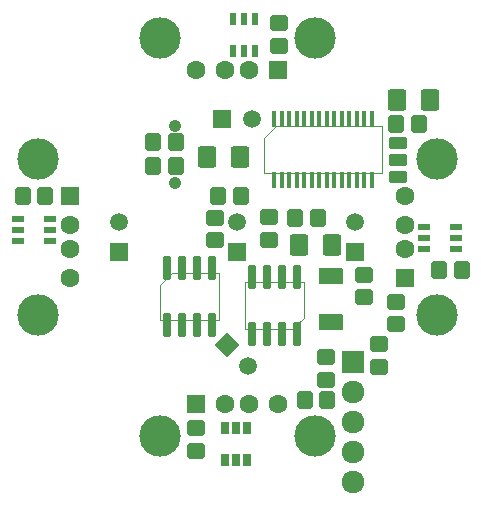
<source format=gbr>
G04 DipTrace 4.1.3.1*
G04 BottomAssembly.gbr*
%MOIN*%
G04 #@! TF.FileFunction,Drawing,Bot*
G04 #@! TF.Part,Single*
%AMOUTLINE0*
4,1,28,
-0.031496,-0.025984,
-0.031496,0.025984,
-0.031174,0.02843,
-0.03023,0.030709,
-0.028729,0.032666,
-0.026772,0.034167,
-0.024493,0.035111,
-0.022047,0.035433,
0.022047,0.035433,
0.024493,0.035111,
0.026772,0.034167,
0.028729,0.032666,
0.03023,0.030709,
0.031174,0.02843,
0.031496,0.025984,
0.031496,-0.025984,
0.031174,-0.02843,
0.03023,-0.030709,
0.028729,-0.032666,
0.026772,-0.034167,
0.024493,-0.035111,
0.022047,-0.035433,
-0.022047,-0.035433,
-0.024493,-0.035111,
-0.026772,-0.034167,
-0.028729,-0.032666,
-0.03023,-0.030709,
-0.031174,-0.02843,
-0.031496,-0.025984,
0*%
%AMOUTLINE3*
4,1,28,
0.031497,0.025983,
0.031495,-0.025986,
0.031173,-0.028431,
0.030229,-0.03071,
0.028727,-0.032667,
0.02677,-0.034168,
0.024491,-0.035112,
0.022046,-0.035434,
-0.022049,-0.035432,
-0.024494,-0.03511,
-0.026773,-0.034166,
-0.02873,-0.032664,
-0.030231,-0.030707,
-0.031175,-0.028429,
-0.031497,-0.025983,
-0.031495,0.025986,
-0.031173,0.028431,
-0.030229,0.03071,
-0.028727,0.032667,
-0.02677,0.034168,
-0.024491,0.035112,
-0.022046,0.035434,
0.022049,0.035432,
0.024494,0.03511,
0.026773,0.034166,
0.02873,0.032664,
0.030231,0.030707,
0.031175,0.028429,
0.031497,0.025983,
0*%
%AMOUTLINE6*
4,1,28,
0.031495,0.025986,
0.031497,-0.025983,
0.031175,-0.028428,
0.030232,-0.030707,
0.02873,-0.032664,
0.026773,-0.034166,
0.024494,-0.03511,
0.022049,-0.035432,
-0.022046,-0.035434,
-0.024491,-0.035112,
-0.02677,-0.034168,
-0.028727,-0.032667,
-0.030229,-0.03071,
-0.031173,-0.028431,
-0.031495,-0.025986,
-0.031497,0.025983,
-0.031175,0.028428,
-0.030232,0.030707,
-0.02873,0.032664,
-0.026773,0.034166,
-0.024494,0.03511,
-0.022049,0.035432,
0.022046,0.035434,
0.024491,0.035112,
0.02677,0.034168,
0.028727,0.032667,
0.030229,0.03071,
0.031173,0.028431,
0.031495,0.025986,
0*%
%AMOUTLINE9*
4,1,28,
0.025591,0.019803,
0.025591,-0.019803,
0.025259,-0.02232,
0.024288,-0.024665,
0.022742,-0.026679,
0.020728,-0.028225,
0.018383,-0.029196,
0.015866,-0.029528,
-0.015866,-0.029528,
-0.018383,-0.029196,
-0.020728,-0.028225,
-0.022742,-0.026679,
-0.024288,-0.024665,
-0.025259,-0.02232,
-0.025591,-0.019803,
-0.025591,0.019803,
-0.025259,0.02232,
-0.024288,0.024665,
-0.022742,0.026679,
-0.020728,0.028225,
-0.018383,0.029196,
-0.015866,0.029528,
0.015866,0.029528,
0.018383,0.029196,
0.020728,0.028225,
0.022742,0.026679,
0.024288,0.024665,
0.025259,0.02232,
0.025591,0.019803,
0*%
%AMOUTLINE12*
4,1,28,
-0.025591,-0.019803,
-0.025591,0.019803,
-0.025259,0.02232,
-0.024288,0.024665,
-0.022742,0.026679,
-0.020728,0.028225,
-0.018383,0.029196,
-0.015866,0.029528,
0.015866,0.029528,
0.018383,0.029196,
0.020728,0.028225,
0.022742,0.026679,
0.024288,0.024665,
0.025259,0.02232,
0.025591,0.019803,
0.025591,-0.019803,
0.025259,-0.02232,
0.024288,-0.024665,
0.022742,-0.026679,
0.020728,-0.028225,
0.018383,-0.029196,
0.015866,-0.029528,
-0.015866,-0.029528,
-0.018383,-0.029196,
-0.020728,-0.028225,
-0.022742,-0.026679,
-0.024288,-0.024665,
-0.025259,-0.02232,
-0.025591,-0.019803,
0*%
%AMOUTLINE16*
4,1,28,
0.019804,-0.02559,
-0.019802,-0.025591,
-0.022319,-0.02526,
-0.024664,-0.024289,
-0.026678,-0.022743,
-0.028224,-0.020729,
-0.029195,-0.018384,
-0.029527,-0.015867,
-0.029528,0.015865,
-0.029197,0.018382,
-0.028226,0.020727,
-0.02668,0.022741,
-0.024666,0.024287,
-0.022321,0.025258,
-0.019804,0.02559,
0.019802,0.025591,
0.022319,0.02526,
0.024664,0.024289,
0.026678,0.022743,
0.028224,0.020729,
0.029195,0.018384,
0.029527,0.015867,
0.029528,-0.015865,
0.029197,-0.018382,
0.028226,-0.020727,
0.02668,-0.022741,
0.024666,-0.024287,
0.022321,-0.025258,
0.019804,-0.02559,
0*%
%AMOUTLINE19*
4,1,28,
-0.019803,0.025591,
0.019803,0.025591,
0.02232,0.025259,
0.024665,0.024288,
0.026679,0.022742,
0.028225,0.020728,
0.029196,0.018383,
0.029528,0.015866,
0.029528,-0.015866,
0.029196,-0.018383,
0.028225,-0.020728,
0.026679,-0.022742,
0.024665,-0.024288,
0.02232,-0.025259,
0.019803,-0.025591,
-0.019803,-0.025591,
-0.02232,-0.025259,
-0.024665,-0.024288,
-0.026679,-0.022742,
-0.028225,-0.020728,
-0.029196,-0.018383,
-0.029528,-0.015866,
-0.029528,0.015866,
-0.029196,0.018383,
-0.028225,0.020728,
-0.026679,0.022742,
-0.024665,0.024288,
-0.02232,0.025259,
-0.019803,0.025591,
0*%
%AMOUTLINE22*
4,1,4,
0.0,0.041758,
0.041758,0.0,
0.0,-0.041758,
-0.041758,0.0,
0.0,0.041758,
0*%
%AMOUTLINE25*
4,1,28,
-0.041338,-0.01819,
-0.041339,0.018188,
-0.04102,0.020613,
-0.040084,0.022873,
-0.038595,0.024814,
-0.036654,0.026303,
-0.034394,0.027239,
-0.031969,0.027558,
0.031968,0.02756,
0.034393,0.02724,
0.036653,0.026304,
0.038594,0.024815,
0.040083,0.022875,
0.041019,0.020615,
0.041338,0.01819,
0.041339,-0.018188,
0.04102,-0.020613,
0.040084,-0.022873,
0.038595,-0.024814,
0.036654,-0.026303,
0.034394,-0.027239,
0.031969,-0.027558,
-0.031968,-0.02756,
-0.034393,-0.02724,
-0.036653,-0.026304,
-0.038594,-0.024815,
-0.040083,-0.022875,
-0.041019,-0.020615,
-0.041338,-0.01819,
0*%
%AMOUTLINE28*
4,1,28,
0.022047,-0.019686,
-0.022048,-0.019684,
-0.023984,-0.019429,
-0.025788,-0.018682,
-0.027337,-0.017493,
-0.028526,-0.015944,
-0.029273,-0.01414,
-0.029528,-0.012204,
-0.029527,0.012206,
-0.029272,0.014142,
-0.028525,0.015946,
-0.027336,0.017495,
-0.025787,0.018684,
-0.023983,0.019431,
-0.022047,0.019686,
0.022048,0.019684,
0.023984,0.019429,
0.025788,0.018682,
0.027337,0.017493,
0.028526,0.015944,
0.029273,0.01414,
0.029528,0.012204,
0.029527,-0.012206,
0.029272,-0.014142,
0.028525,-0.015946,
0.027336,-0.017495,
0.025787,-0.018684,
0.023983,-0.019431,
0.022047,-0.019686,
0*%
%AMOUTLINE31*
4,1,28,
0.025589,0.019805,
0.025592,-0.019802,
0.025261,-0.022319,
0.024289,-0.024664,
0.022744,-0.026678,
0.02073,-0.028224,
0.018385,-0.029195,
0.015868,-0.029527,
-0.015864,-0.029528,
-0.018381,-0.029197,
-0.020727,-0.028226,
-0.022741,-0.026681,
-0.024286,-0.024667,
-0.025258,-0.022321,
-0.025589,-0.019805,
-0.025592,0.019802,
-0.025261,0.022319,
-0.024289,0.024664,
-0.022744,0.026678,
-0.02073,0.028224,
-0.018385,0.029195,
-0.015868,0.029527,
0.015864,0.029528,
0.018381,0.029197,
0.020727,0.028226,
0.022741,0.026681,
0.024286,0.024667,
0.025258,0.022321,
0.025589,0.019805,
0*%
%AMOUTLINE33*
4,1,28,
-0.025589,-0.019805,
-0.025592,0.019801,
-0.025261,0.022318,
-0.02429,0.024663,
-0.022744,0.026678,
-0.020731,0.028223,
-0.018385,0.029195,
-0.015869,0.029526,
0.015864,0.029529,
0.018381,0.029198,
0.020726,0.028226,
0.02274,0.026681,
0.024286,0.024667,
0.025257,0.022322,
0.025589,0.019805,
0.025592,-0.019801,
0.025261,-0.022318,
0.02429,-0.024663,
0.022744,-0.026678,
0.020731,-0.028223,
0.018385,-0.029195,
0.015869,-0.029526,
-0.015864,-0.029529,
-0.018381,-0.029198,
-0.020726,-0.028226,
-0.02274,-0.026681,
-0.024286,-0.024667,
-0.025257,-0.022322,
-0.025589,-0.019805,
0*%
%AMOUTLINE36*
4,1,28,
0.006497,-0.040945,
-0.006495,-0.040945,
-0.008126,-0.04073,
-0.009645,-0.040101,
-0.010949,-0.0391,
-0.011951,-0.037796,
-0.01258,-0.036276,
-0.012795,-0.034646,
-0.012796,0.034645,
-0.012581,0.036276,
-0.011952,0.037795,
-0.010951,0.0391,
-0.009647,0.040101,
-0.008127,0.04073,
-0.006497,0.040945,
0.006495,0.040945,
0.008126,0.04073,
0.009645,0.040101,
0.010949,0.0391,
0.011951,0.037796,
0.01258,0.036276,
0.012795,0.034646,
0.012796,-0.034645,
0.012581,-0.036276,
0.011952,-0.037795,
0.010951,-0.0391,
0.009647,-0.040101,
0.008127,-0.04073,
0.006497,-0.040945,
0*%
%AMOUTLINE39*
4,1,28,
-0.006497,0.040945,
0.006495,0.040945,
0.008126,0.04073,
0.009645,0.040101,
0.010949,0.0391,
0.011951,0.037796,
0.01258,0.036276,
0.012795,0.034646,
0.012796,-0.034645,
0.012581,-0.036276,
0.011952,-0.037795,
0.010951,-0.0391,
0.009647,-0.040101,
0.008127,-0.04073,
0.006497,-0.040945,
-0.006495,-0.040945,
-0.008126,-0.04073,
-0.009645,-0.040101,
-0.010949,-0.0391,
-0.011951,-0.037796,
-0.01258,-0.036276,
-0.012795,-0.034646,
-0.012796,0.034645,
-0.012581,0.036276,
-0.011952,0.037795,
-0.010951,0.0391,
-0.009647,0.040101,
-0.008127,0.04073,
-0.006497,0.040945,
0*%
%AMOUTLINE42*
4,1,28,
0.003741,-0.026772,
-0.003739,-0.026772,
-0.004656,-0.026651,
-0.005511,-0.026297,
-0.006245,-0.025734,
-0.006808,-0.025,
-0.007162,-0.024146,
-0.007283,-0.023229,
-0.007284,0.023228,
-0.007164,0.024145,
-0.00681,0.025,
-0.006247,0.025734,
-0.005513,0.026297,
-0.004658,0.026651,
-0.003741,0.026772,
0.003739,0.026772,
0.004656,0.026651,
0.005511,0.026297,
0.006245,0.025734,
0.006808,0.025,
0.007162,0.024146,
0.007283,0.023229,
0.007284,-0.023228,
0.007164,-0.024145,
0.00681,-0.025,
0.006247,-0.025734,
0.005513,-0.026297,
0.004658,-0.026651,
0.003741,-0.026772,
0*%
%AMOUTLINE45*
4,1,28,
-0.003741,0.026772,
0.003739,0.026772,
0.004656,0.026651,
0.005511,0.026297,
0.006245,0.025734,
0.006808,0.025,
0.007162,0.024146,
0.007283,0.023229,
0.007284,-0.023228,
0.007164,-0.024145,
0.00681,-0.025,
0.006247,-0.025734,
0.005513,-0.026297,
0.004658,-0.026651,
0.003741,-0.026772,
-0.003739,-0.026772,
-0.004656,-0.026651,
-0.005511,-0.026297,
-0.006245,-0.025734,
-0.006808,-0.025,
-0.007162,-0.024146,
-0.007283,-0.023229,
-0.007284,0.023228,
-0.007164,0.024145,
-0.00681,0.025,
-0.006247,0.025734,
-0.005513,0.026297,
-0.004658,0.026651,
-0.003741,0.026772,
0*%
%AMOUTLINE48*
4,1,28,
-0.0063,0.040748,
0.006298,0.040748,
0.00803,0.04052,
0.009644,0.039852,
0.011031,0.038788,
0.012094,0.037402,
0.012763,0.035788,
0.012991,0.034055,
0.012993,-0.034055,
0.012765,-0.035787,
0.012097,-0.037401,
0.011033,-0.038787,
0.009647,-0.039851,
0.008033,-0.04052,
0.0063,-0.040748,
-0.006298,-0.040748,
-0.00803,-0.04052,
-0.009644,-0.039852,
-0.011031,-0.038788,
-0.012094,-0.037402,
-0.012763,-0.035788,
-0.012991,-0.034055,
-0.012993,0.034055,
-0.012765,0.035787,
-0.012097,0.037401,
-0.011033,0.038787,
-0.009647,0.039851,
-0.008033,0.04052,
-0.0063,0.040748,
0*%
%AMOUTLINE51*
4,1,28,
0.0063,-0.040748,
-0.006298,-0.040748,
-0.00803,-0.04052,
-0.009644,-0.039852,
-0.011031,-0.038788,
-0.012094,-0.037402,
-0.012763,-0.035788,
-0.012991,-0.034055,
-0.012993,0.034055,
-0.012765,0.035787,
-0.012097,0.037401,
-0.011033,0.038787,
-0.009647,0.039851,
-0.008033,0.04052,
-0.0063,0.040748,
0.006298,0.040748,
0.00803,0.04052,
0.009644,0.039852,
0.011031,0.038788,
0.012094,0.037402,
0.012763,0.035788,
0.012991,0.034055,
0.012993,-0.034055,
0.012765,-0.035787,
0.012097,-0.037401,
0.011033,-0.038787,
0.009647,-0.039851,
0.008033,-0.04052,
0.0063,-0.040748,
0*%
%AMOUTLINE54*
4,1,4,
-0.011811,0.021654,
0.011812,0.021653,
0.011811,-0.021654,
-0.011812,-0.021653,
-0.011811,0.021654,
0*%
%ADD13C,0.004724*%
G04 #@! TA.AperFunction,ComponentPad*
%ADD26R,0.059055X0.059055*%
%ADD27C,0.059055*%
%ADD28R,0.075591X0.075591*%
%ADD29C,0.075591*%
%ADD30R,0.062992X0.062992*%
%ADD31C,0.062992*%
%ADD32C,0.137795*%
%ADD33R,0.043307X0.023622*%
%ADD34R,0.023622X0.043307*%
G04 #@! TA.AperFunction,ComponentPad*
%ADD35C,0.041339*%
%ADD62OUTLINE0*%
%ADD65OUTLINE3*%
%ADD68OUTLINE6*%
%ADD71OUTLINE9*%
%ADD74OUTLINE12*%
%ADD78OUTLINE16*%
%ADD81OUTLINE19*%
G04 #@! TA.AperFunction,ComponentPad*
%ADD84OUTLINE22*%
%ADD87OUTLINE25*%
%ADD90OUTLINE28*%
%ADD93OUTLINE31*%
%ADD95OUTLINE33*%
%ADD98OUTLINE36*%
%ADD101OUTLINE39*%
%ADD104OUTLINE42*%
%ADD107OUTLINE45*%
%ADD110OUTLINE48*%
%ADD113OUTLINE51*%
%ADD116OUTLINE54*%
%FSLAX26Y26*%
G04*
G70*
G90*
G75*
G01*
G04 BotAssy*
%LPD*%
D62*
X1813567Y1735508D3*
X1923803D3*
D65*
X1595306Y1252583D3*
X1485070Y1252588D3*
D68*
X1288168Y1546341D3*
X1177932Y1546336D3*
D71*
X1075419Y1517399D3*
X1000615D3*
X1075419Y1597605D3*
X1000615D3*
D74*
X1953871Y1170243D3*
X2028675D3*
D71*
X639399Y1417965D3*
X564596Y1417961D3*
D78*
X1418623Y1917791D3*
X1418620Y1992594D3*
D81*
X1140713Y642722D3*
Y567919D3*
D26*
X1673229Y1229528D3*
D27*
X1673228Y1329528D3*
D26*
X885827Y1229528D3*
D27*
Y1329528D3*
D26*
X1229528Y1673228D3*
D27*
X1329528D3*
D84*
X1244172Y921182D3*
D27*
X1314883Y850471D3*
D26*
X1279529Y1229528D3*
D27*
X1279527Y1329528D3*
D87*
X1593626Y1148495D3*
X1593629Y994957D3*
D90*
X1814420Y1479163D3*
X1814421Y1536249D3*
X1814423Y1593336D3*
D28*
X1665781Y864195D3*
D29*
X1665784Y764195D3*
X1665786Y664195D3*
X1665789Y564195D3*
X1665791Y464195D3*
D30*
X1837404Y1141728D3*
D31*
X1837402Y1240153D3*
X1837401Y1318893D3*
X1837399Y1417319D3*
D32*
X1944099Y1020864D3*
X1944090Y1538187D3*
D30*
X721654Y1417323D3*
D31*
Y1318898D3*
Y1240157D3*
Y1141732D3*
D32*
X614961Y1538189D3*
Y1020866D3*
D30*
X1417323Y1837402D3*
D31*
X1318898D3*
X1240157D3*
X1141732D3*
D32*
X1538189Y1944094D3*
X1020866D3*
D30*
X1141732Y721654D3*
D31*
X1240157D3*
X1318898D3*
X1417323D3*
D32*
X1020866Y614961D3*
X1538189D3*
D74*
X1809238Y1656175D3*
X1884041D3*
D78*
X1701490Y1078034D3*
Y1152837D3*
D93*
X1291790Y1416082D3*
X1216987Y1416078D3*
D95*
X1472693Y1341661D3*
X1547496Y1341667D3*
D81*
X1384024Y1345605D3*
Y1270802D3*
D78*
X1205260Y1268159D3*
X1205257Y1342962D3*
D81*
X1751045Y921841D3*
Y847038D3*
X1807983Y1063157D3*
Y988354D3*
X1576138Y878816D3*
X1576140Y804013D3*
D95*
X1505274Y736680D3*
X1580077Y736685D3*
X1023090Y1003008D2*
D13*
X1219153Y1003013D1*
X1219149Y1160493D1*
X1062456Y1160490D1*
X1023087Y1121119D1*
X1023090Y1003008D1*
D98*
X1046117Y1177222D3*
X1096117Y1177223D3*
X1146117Y1177224D3*
X1196117Y1177225D3*
D101*
X1196122Y986280D3*
X1146122Y986279D3*
X1096122Y986278D3*
X1046122Y986277D3*
X1369125Y1492822D2*
D13*
X1762826Y1492837D1*
X1762820Y1650317D1*
X1408489Y1650304D1*
X1369121Y1610932D1*
X1369125Y1492822D1*
D104*
X1403469Y1673335D3*
X1428469Y1673336D3*
X1453469Y1673337D3*
X1478469Y1673338D3*
X1503469Y1673339D3*
X1528469Y1673340D3*
X1553469Y1673341D3*
X1578469Y1673342D3*
X1603469Y1673343D3*
X1628469Y1673344D3*
X1653469D3*
X1678469Y1673345D3*
X1703469Y1673346D3*
X1728469Y1673347D3*
D107*
X1728476Y1469804D3*
X1703476Y1469803D3*
X1678476Y1469802D3*
X1653476Y1469801D3*
X1628476Y1469800D3*
X1603476Y1469799D3*
X1578476Y1469798D3*
X1553476Y1469797D3*
X1528476D3*
X1503476Y1469796D3*
X1478476Y1469795D3*
X1453476Y1469794D3*
X1428476Y1469793D3*
X1403476Y1469792D3*
X1502815Y1129114D2*
D13*
X1305965Y1129109D1*
X1305970Y971628D1*
X1463450Y971633D1*
X1502819Y1011004D1*
X1502815Y1129114D1*
D110*
X1479395Y954901D3*
X1429395Y954900D3*
X1379395Y954898D3*
X1329395Y954897D3*
D113*
X1329390Y1145842D3*
X1379390Y1145843D3*
X1429390Y1145844D3*
X1479390Y1145846D3*
D33*
X1901103Y1239194D3*
X1901102Y1276595D3*
X1901101Y1313997D3*
X2007400Y1314001D3*
X2007401Y1276599D3*
X2007403Y1239198D3*
X655146Y1340198D3*
X655147Y1302797D3*
X655148Y1265395D3*
X548849Y1265392D3*
X548848Y1302794D3*
X548847Y1340195D3*
D34*
X1339544Y1900755D3*
X1302143Y1900753D3*
X1264741Y1900752D3*
X1264737Y2007051D3*
X1302138Y2007052D3*
X1339540Y2007054D3*
D116*
X1238429Y644253D3*
X1275831Y644252D3*
X1313232Y644251D3*
X1313230Y537952D3*
X1275828Y537953D3*
X1238427D3*
D35*
X1073779Y1458184D3*
X1073775Y1650310D3*
M02*

</source>
